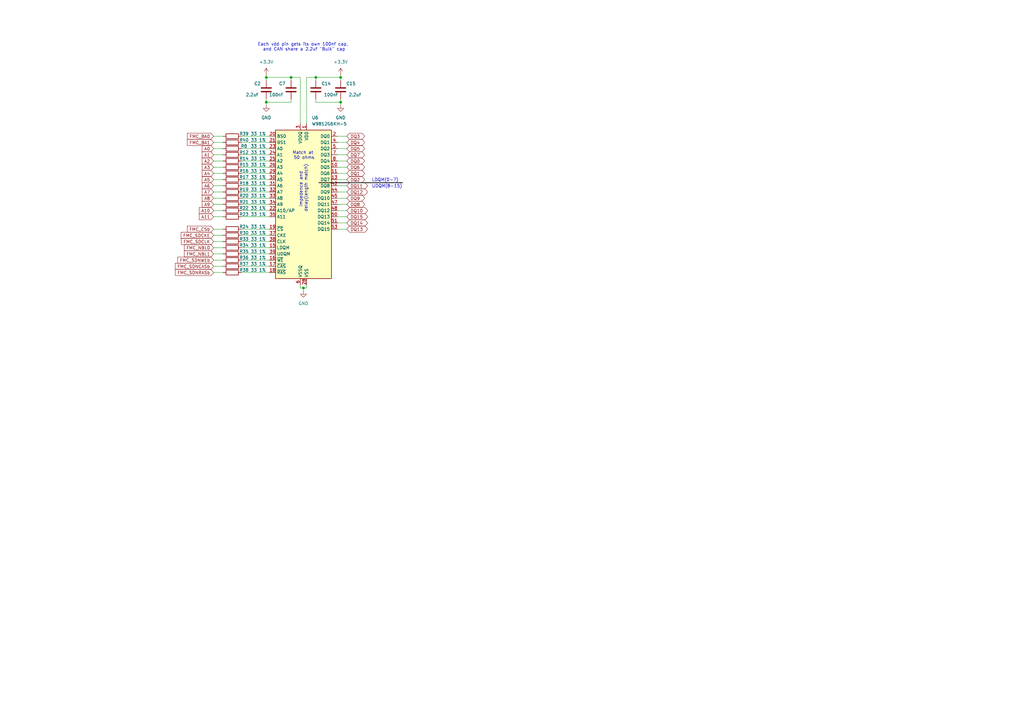
<source format=kicad_sch>
(kicad_sch (version 20250114) (generator "eeschema") (generator_version "9.0")
  (paper "A3")
  (lib_symbols
    (symbol "Device:C" (pin_numbers (hide yes)) (pin_names (offset 0.254))
      (property "Reference" "C" (at 0.635 2.54 0))
      (property "Value" "C" (at 0.635 -2.54 0))
      (symbol "C_0_1"
        (polyline (pts (xy -2.032 0.762) (xy 2.032 0.762)) (stroke (width 0.508)))
        (polyline (pts (xy -2.032 -0.762) (xy 2.032 -0.762)) (stroke (width 0.508)))
      )
      (symbol "C_1_1"
        (pin passive line (at 0 3.81 270) (length 2.794) (name "~") (number "1"))
        (pin passive line (at 0 -3.81 90) (length 2.794) (name "~") (number "2"))
      )
    )
    (symbol "Device:R" (pin_numbers (hide yes)) (pin_names (offset 0))
      (property "Reference" "R" (at 2.032 0 90))
      (property "Value" "R" (at 0 0 90))
      (symbol "R_0_1"
        (rectangle (start -1.016 -2.54) (end 1.016 2.54) (stroke (width 0.254)))
      )
      (symbol "R_1_1"
        (pin passive line (at 0 3.81 270) (length 1.27) (name "~") (number "1"))
        (pin passive line (at 0 -3.81 90) (length 1.27) (name "~") (number "2"))
      )
    )
    (symbol "Memory_RAM:W9812G6KH-5"
      (property "Reference" "U" (at -10.16 31.75 0))
      (property "Value" "W9812G6KH-5" (at -10.16 -33.02 0))
      (symbol "W9812G6KH-5_1_1"
        (rectangle (start -10.16 30.48) (end 12.7 -30.48) (stroke (width 0.254)) (fill (type background)))
        (pin input line (at -12.7 27.94 0) (length 2.54) (name "BS0") (number "20"))
        (pin input line (at -12.7 25.4 0) (length 2.54) (name "BS1") (number "21"))
        (pin input line (at -12.7 22.86 0) (length 2.54) (name "A0") (number "23"))
        (pin input line (at -12.7 20.32 0) (length 2.54) (name "A1") (number "24"))
        (pin input line (at -12.7 17.78 0) (length 2.54) (name "A2") (number "25"))
        (pin input line (at -12.7 15.24 0) (length 2.54) (name "A3") (number "26"))
        (pin input line (at -12.7 12.7 0) (length 2.54) (name "A4") (number "29"))
        (pin input line (at -12.7 10.16 0) (length 2.54) (name "A5") (number "30"))
        (pin input line (at -12.7 7.62 0) (length 2.54) (name "A6") (number "31"))
        (pin input line (at -12.7 5.08 0) (length 2.54) (name "A7") (number "32"))
        (pin input line (at -12.7 2.54 0) (length 2.54) (name "A8") (number "33"))
        (pin input line (at -12.7 0 0) (length 2.54) (name "A9") (number "34"))
        (pin input line (at -12.7 -2.54 0) (length 2.54) (name "A10/AP") (number "22"))
        (pin input line (at -12.7 -5.08 0) (length 2.54) (name "A11") (number "35"))
        (pin input line (at -12.7 -10.16 0) (length 2.54) (name "~{CS}") (number "19"))
        (pin input line (at -12.7 -12.7 0) (length 2.54) (name "CKE") (number "37"))
        (pin input line (at -12.7 -15.24 0) (length 2.54) (name "CLK") (number "38"))
        (pin input line (at -12.7 -17.78 0) (length 2.54) (name "LDQM") (number "15"))
        (pin input line (at -12.7 -20.32 0) (length 2.54) (name "UDQM") (number "39"))
        (pin input line (at -12.7 -22.86 0) (length 2.54) (name "~{WE}") (number "16"))
        (pin input line (at -12.7 -25.4 0) (length 2.54) (name "~{CAS}") (number "17"))
        (pin input line (at -12.7 -27.94 0) (length 2.54) (name "~{RAS}") (number "18"))
        (pin power_in line (at 0 33.02 270) (length 2.54) (name "VDDQ") (number "3"))
        (pin passive line (at 0 33.02 270) (length 2.54) (hide yes) (name "VDDQ") (number "43"))
        (pin passive line (at 0 33.02 270) (length 2.54) (hide yes) (name "VDDQ") (number "49"))
        (pin passive line (at 0 33.02 270) (length 2.54) (hide yes) (name "VDDQ") (number "9"))
        (pin passive line (at 0 -33.02 90) (length 2.54) (hide yes) (name "VSSQ") (number "12"))
        (pin passive line (at 0 -33.02 90) (length 2.54) (hide yes) (name "VSSQ") (number "46"))
        (pin passive line (at 0 -33.02 90) (length 2.54) (hide yes) (name "VSSQ") (number "52"))
        (pin power_in line (at 0 -33.02 90) (length 2.54) (name "VSSQ") (number "6"))
        (pin power_in line (at 2.54 33.02 270) (length 2.54) (name "VDD") (number "1"))
        (pin passive line (at 2.54 33.02 270) (length 2.54) (hide yes) (name "VDD") (number "14"))
        (pin passive line (at 2.54 33.02 270) (length 2.54) (hide yes) (name "VDD") (number "27"))
        (pin power_in line (at 2.54 -33.02 90) (length 2.54) (name "VSS") (number "28"))
        (pin passive line (at 2.54 -33.02 90) (length 2.54) (hide yes) (name "VSS") (number "41"))
        (pin passive line (at 2.54 -33.02 90) (length 2.54) (hide yes) (name "VSS") (number "54"))
        (pin no_connect line (at 12.7 -15.24 180) (length 2.54) (hide yes) (name "NC") (number "36"))
        (pin no_connect line (at 12.7 -17.78 180) (length 2.54) (hide yes) (name "NC") (number "40"))
        (pin bidirectional line (at 15.24 27.94 180) (length 2.54) (name "DQ0") (number "2"))
        (pin bidirectional line (at 15.24 25.4 180) (length 2.54) (name "DQ1") (number "4"))
        (pin bidirectional line (at 15.24 22.86 180) (length 2.54) (name "DQ2") (number "5"))
        (pin bidirectional line (at 15.24 20.32 180) (length 2.54) (name "DQ3") (number "7"))
        (pin bidirectional line (at 15.24 17.78 180) (length 2.54) (name "DQ4") (number "8"))
        (pin bidirectional line (at 15.24 15.24 180) (length 2.54) (name "DQ5") (number "10"))
        (pin bidirectional line (at 15.24 12.7 180) (length 2.54) (name "DQ6") (number "11"))
        (pin bidirectional line (at 15.24 10.16 180) (length 2.54) (name "DQ7") (number "13"))
        (pin bidirectional line (at 15.24 7.62 180) (length 2.54) (name "DQ8") (number "42"))
        (pin bidirectional line (at 15.24 5.08 180) (length 2.54) (name "DQ9") (number "44"))
        (pin bidirectional line (at 15.24 2.54 180) (length 2.54) (name "DQ10") (number "45"))
        (pin bidirectional line (at 15.24 0 180) (length 2.54) (name "DQ11") (number "47"))
        (pin bidirectional line (at 15.24 -2.54 180) (length 2.54) (name "DQ12") (number "48"))
        (pin bidirectional line (at 15.24 -5.08 180) (length 2.54) (name "DQ13") (number "50"))
        (pin bidirectional line (at 15.24 -7.62 180) (length 2.54) (name "DQ14") (number "51"))
        (pin bidirectional line (at 15.24 -10.16 180) (length 2.54) (name "DQ15") (number "53"))
      )
    )
    (symbol "power:+5V" (power) (pin_numbers (hide yes)) (pin_names (offset 0) (hide yes))
      (property "Value" "+5V" (at 0 3.556 0))
      (symbol "+5V_0_1"
        (polyline (pts (xy -0.762 1.27) (xy 0 2.54)))
        (polyline (pts (xy 0 2.54) (xy 0.762 1.27)))
        (polyline (pts (xy 0 0) (xy 0 2.54)))
      )
      (symbol "+5V_1_1"
        (pin power_in line (at 0 0 90) (length 0) (name "~") (number "1"))
      )
    )
    (symbol "power:GND" (power) (pin_numbers (hide yes)) (pin_names (offset 0) (hide yes))
      (property "Value" "GND" (at 0 -3.81 0))
      (symbol "GND_0_1"
        (polyline (pts (xy 0 0) (xy 0 -1.27) (xy 1.27 -1.27) (xy 0 -2.54) (xy -1.27 -1.27) (xy 0 -1.27)))
      )
      (symbol "GND_1_1"
        (pin power_in line (at 0 0 270) (length 0) (name "~") (number "1"))
      )
    )
  )
  (text "Match at \n50 ohms" (at 124.714 63.754 0) (effects (font (size 1.27 1.27))))
  (text "Each vdd pin gets its own 100nf cap, \nand CAN share a 2.2uf \"Bulk\" cap" (at 124.714 19.304 0) (effects (font (size 1.27 1.27))))
  (text "LDQM(0-7)" (at 157.988 73.914 0) (effects (font (size 1.27 1.27))))
  (text "Impedence and \ndelay(length match)" (at 124.46 77.216 90) (effects (font (size 1.27 1.27))))
  (text "UDQM(8-15)" (at 158.75 76.454 0) (effects (font (size 1.27 1.27))))
  (junction (at 129.54 31.75))
  (junction (at 119.38 31.75))
  (junction (at 124.46 118.11))
  (junction (at 109.22 31.75))
  (junction (at 139.7 41.91))
  (junction (at 139.7 31.75))
  (junction (at 109.22 41.91))
  (wire (pts (xy 138.43 66.04) (xy 142.24 66.04)))
  (wire (pts (xy 138.43 93.98) (xy 142.24 93.98)))
  (wire (pts (xy 138.43 63.5) (xy 142.24 63.5)))
  (wire (pts (xy 138.43 86.36) (xy 142.24 86.36)))
  (wire (pts (xy 87.63 109.22) (xy 91.44 109.22)))
  (wire (pts (xy 129.54 31.75) (xy 139.7 31.75)))
  (wire (pts (xy 123.19 31.75) (xy 119.38 31.75)))
  (wire (pts (xy 138.43 58.42) (xy 142.24 58.42)))
  (wire (pts (xy 142.24 60.96) (xy 138.43 60.96)))
  (wire (pts (xy 129.54 33.02) (xy 129.54 31.75)))
  (wire (pts (xy 125.73 50.8) (xy 125.73 31.75)))
  (wire (pts (xy 138.43 71.12) (xy 142.24 71.12)))
  (wire (pts (xy 87.63 71.12) (xy 91.44 71.12)))
  (wire (pts (xy 138.43 91.44) (xy 142.24 91.44)))
  (wire (pts (xy 87.63 78.74) (xy 91.44 78.74)))
  (wire (pts (xy 139.7 30.48) (xy 139.7 31.75)))
  (wire (pts (xy 129.54 41.91) (xy 139.7 41.91)))
  (wire (pts (xy 109.22 30.48) (xy 109.22 31.75)))
  (wire (pts (xy 99.06 60.96) (xy 110.49 60.96)))
  (wire (pts (xy 138.43 76.2) (xy 142.24 76.2)))
  (wire (pts (xy 99.06 81.28) (xy 110.49 81.28)))
  (wire (pts (xy 99.06 83.82) (xy 110.49 83.82)))
  (wire (pts (xy 119.38 33.02) (xy 119.38 31.75)))
  (wire (pts (xy 99.06 104.14) (xy 110.49 104.14)))
  (wire (pts (xy 87.63 111.76) (xy 91.44 111.76)))
  (wire (pts (xy 87.63 106.68) (xy 91.44 106.68)))
  (wire (pts (xy 99.06 96.52) (xy 110.49 96.52)))
  (wire (pts (xy 138.43 78.74) (xy 142.24 78.74)))
  (wire (pts (xy 139.7 40.64) (xy 139.7 41.91)))
  (wire (pts (xy 99.06 63.5) (xy 110.49 63.5)))
  (wire (pts (xy 99.06 71.12) (xy 110.49 71.12)))
  (wire (pts (xy 87.63 58.42) (xy 91.44 58.42)))
  (wire (pts (xy 99.06 106.68) (xy 110.49 106.68)))
  (wire (pts (xy 99.06 88.9) (xy 110.49 88.9)))
  (wire (pts (xy 129.54 40.64) (xy 129.54 41.91)))
  (wire (pts (xy 87.63 93.98) (xy 91.44 93.98)))
  (wire (pts (xy 99.06 78.74) (xy 110.49 78.74)))
  (wire (pts (xy 87.63 101.6) (xy 91.44 101.6)))
  (wire (pts (xy 87.63 99.06) (xy 91.44 99.06)))
  (wire (pts (xy 87.63 81.28) (xy 91.44 81.28)))
  (wire (pts (xy 138.43 73.66) (xy 142.24 73.66)))
  (wire (pts (xy 87.63 76.2) (xy 91.44 76.2)))
  (wire (pts (xy 99.06 109.22) (xy 110.49 109.22)))
  (wire (pts (xy 139.7 41.91) (xy 139.7 43.18)))
  (wire (pts (xy 123.19 118.11) (xy 124.46 118.11)))
  (wire (pts (xy 138.43 55.88) (xy 142.24 55.88)))
  (wire (pts (xy 87.63 96.52) (xy 91.44 96.52)))
  (wire (pts (xy 87.63 88.9) (xy 91.44 88.9)))
  (wire (pts (xy 119.38 40.64) (xy 119.38 41.91)))
  (wire (pts (xy 125.73 118.11) (xy 125.73 116.84)))
  (wire (pts (xy 87.63 73.66) (xy 91.44 73.66)))
  (wire (pts (xy 99.06 58.42) (xy 110.49 58.42)))
  (wire (pts (xy 87.63 104.14) (xy 91.44 104.14)))
  (wire (pts (xy 124.46 118.11) (xy 125.73 118.11)))
  (wire (pts (xy 87.63 86.36) (xy 91.44 86.36)))
  (wire (pts (xy 99.06 101.6) (xy 110.49 101.6)))
  (wire (pts (xy 99.06 73.66) (xy 110.49 73.66)))
  (wire (pts (xy 99.06 55.88) (xy 110.49 55.88)))
  (wire (pts (xy 99.06 99.06) (xy 110.49 99.06)))
  (bus (pts (xy 130.81 74.93) (xy 165.1 74.93)) (stroke (width 0) (color 0 0 0 1)))
  (wire (pts (xy 119.38 41.91) (xy 109.22 41.91)))
  (wire (pts (xy 125.73 31.75) (xy 129.54 31.75)))
  (wire (pts (xy 138.43 88.9) (xy 142.24 88.9)))
  (wire (pts (xy 87.63 68.58) (xy 91.44 68.58)))
  (wire (pts (xy 138.43 83.82) (xy 142.24 83.82)))
  (wire (pts (xy 99.06 86.36) (xy 110.49 86.36)))
  (wire (pts (xy 99.06 66.04) (xy 110.49 66.04)))
  (wire (pts (xy 87.63 66.04) (xy 91.44 66.04)))
  (wire (pts (xy 139.7 31.75) (xy 139.7 33.02)))
  (wire (pts (xy 138.43 81.28) (xy 142.24 81.28)))
  (wire (pts (xy 138.43 68.58) (xy 142.24 68.58)))
  (wire (pts (xy 109.22 31.75) (xy 109.22 33.02)))
  (wire (pts (xy 99.06 76.2) (xy 110.49 76.2)))
  (wire (pts (xy 109.22 41.91) (xy 109.22 43.18)))
  (wire (pts (xy 87.63 83.82) (xy 91.44 83.82)))
  (wire (pts (xy 124.46 119.38) (xy 124.46 118.11)))
  (wire (pts (xy 109.22 40.64) (xy 109.22 41.91)))
  (wire (pts (xy 119.38 31.75) (xy 109.22 31.75)))
  (wire (pts (xy 123.19 31.75) (xy 123.19 50.8)))
  (wire (pts (xy 87.63 55.88) (xy 91.44 55.88)))
  (wire (pts (xy 99.06 93.98) (xy 110.49 93.98)))
  (wire (pts (xy 123.19 116.84) (xy 123.19 118.11)))
  (wire (pts (xy 87.63 60.96) (xy 91.44 60.96)))
  (wire (pts (xy 99.06 68.58) (xy 110.49 68.58)))
  (wire (pts (xy 87.63 63.5) (xy 91.44 63.5)))
  (wire (pts (xy 99.06 111.76) (xy 110.49 111.76)))
  (global_label "A7" (shape input) (at 87.63 78.74 180) (property "Intersheetrefs" "${INTERSHEET_REFS}" (effects (hide yes))))
  (global_label "A4" (shape input) (at 87.63 71.12 180) (property "Intersheetrefs" "${INTERSHEET_REFS}" (effects (hide yes))))
  (global_label "A11" (shape input) (at 87.63 88.9 180) (property "Intersheetrefs" "${INTERSHEET_REFS}" (effects (hide yes))))
  (global_label "A2" (shape input) (at 87.63 66.04 180) (property "Intersheetrefs" "${INTERSHEET_REFS}" (effects (hide yes))))
  (global_label "DQ0" (shape bidirectional) (at 142.24 66.04 0) (property "Intersheetrefs" "${INTERSHEET_REFS}" (effects (hide yes))))
  (global_label "A0" (shape input) (at 87.63 60.96 180) (property "Intersheetrefs" "${INTERSHEET_REFS}" (effects (hide yes))))
  (global_label "A6" (shape input) (at 87.63 76.2 180) (property "Intersheetrefs" "${INTERSHEET_REFS}" (effects (hide yes))))
  (global_label "DQ10" (shape bidirectional) (at 142.24 86.36 0) (property "Intersheetrefs" "${INTERSHEET_REFS}" (effects (hide yes))))
  (global_label "FMC_BA1" (shape input) (at 87.63 58.42 180) (property "Intersheetrefs" "${INTERSHEET_REFS}" (effects (hide yes))))
  (global_label "DQ9" (shape bidirectional) (at 142.24 81.28 0) (property "Intersheetrefs" "${INTERSHEET_REFS}" (effects (hide yes))))
  (global_label "A8" (shape input) (at 87.63 81.28 180) (property "Intersheetrefs" "${INTERSHEET_REFS}" (effects (hide yes))))
  (global_label "FMC_SDNRASb" (shape input) (at 87.63 111.76 180) (property "Intersheetrefs" "${INTERSHEET_REFS}" (effects (hide yes))))
  (global_label "FMC_CSb" (shape input) (at 87.63 93.98 180) (property "Intersheetrefs" "${INTERSHEET_REFS}" (effects (hide yes))))
  (global_label "FMC_NBL0" (shape input) (at 87.63 101.6 180) (property "Intersheetrefs" "${INTERSHEET_REFS}" (effects (hide yes))))
  (global_label "DQ6" (shape bidirectional) (at 142.24 68.58 0) (property "Intersheetrefs" "${INTERSHEET_REFS}" (effects (hide yes))))
  (global_label "FMC_SDNCASb" (shape input) (at 87.63 109.22 180) (property "Intersheetrefs" "${INTERSHEET_REFS}" (effects (hide yes))))
  (global_label "A9" (shape input) (at 87.63 83.82 180) (property "Intersheetrefs" "${INTERSHEET_REFS}" (effects (hide yes))))
  (global_label "FMC_SDCKE" (shape input) (at 87.63 96.52 180) (property "Intersheetrefs" "${INTERSHEET_REFS}" (effects (hide yes))))
  (global_label "FMC_SDCLK" (shape input) (at 87.63 99.06 180) (property "Intersheetrefs" "${INTERSHEET_REFS}" (effects (hide yes))))
  (global_label "DQ11" (shape bidirectional) (at 142.24 76.2 0) (property "Intersheetrefs" "${INTERSHEET_REFS}" (effects (hide yes))))
  (global_label "DQ14" (shape bidirectional) (at 142.24 91.44 0) (property "Intersheetrefs" "${INTERSHEET_REFS}" (effects (hide yes))))
  (global_label "DQ12" (shape bidirectional) (at 142.24 78.74 0) (property "Intersheetrefs" "${INTERSHEET_REFS}" (effects (hide yes))))
  (global_label "DQ15" (shape bidirectional) (at 142.24 88.9 0) (property "Intersheetrefs" "${INTERSHEET_REFS}" (effects (hide yes))))
  (global_label "FMC_SDNWEb" (shape input) (at 87.63 106.68 180) (property "Intersheetrefs" "${INTERSHEET_REFS}" (effects (hide yes))))
  (global_label "DQ5" (shape bidirectional) (at 142.24 60.96 0) (property "Intersheetrefs" "${INTERSHEET_REFS}" (effects (hide yes))))
  (global_label "DQ13" (shape bidirectional) (at 142.24 93.98 0) (property "Intersheetrefs" "${INTERSHEET_REFS}" (effects (hide yes))))
  (global_label "DQ1" (shape bidirectional) (at 142.24 71.12 0) (property "Intersheetrefs" "${INTERSHEET_REFS}" (effects (hide yes))))
  (global_label "A1" (shape input) (at 87.63 63.5 180) (property "Intersheetrefs" "${INTERSHEET_REFS}" (effects (hide yes))))
  (global_label "DQ7" (shape bidirectional) (at 142.24 63.5 0) (property "Intersheetrefs" "${INTERSHEET_REFS}" (effects (hide yes))))
  (global_label "A5" (shape input) (at 87.63 73.66 180) (property "Intersheetrefs" "${INTERSHEET_REFS}" (effects (hide yes))))
  (global_label "DQ8" (shape bidirectional) (at 142.24 83.82 0) (property "Intersheetrefs" "${INTERSHEET_REFS}" (effects (hide yes))))
  (global_label "FMC_NBL1" (shape input) (at 87.63 104.14 180) (property "Intersheetrefs" "${INTERSHEET_REFS}" (effects (hide yes))))
  (global_label "DQ4" (shape bidirectional) (at 142.24 58.42 0) (property "Intersheetrefs" "${INTERSHEET_REFS}" (effects (hide yes))))
  (global_label "FMC_BA0" (shape input) (at 87.63 55.88 180) (property "Intersheetrefs" "${INTERSHEET_REFS}" (effects (hide yes))))
  (global_label "DQ3" (shape bidirectional) (at 142.24 55.88 0) (property "Intersheetrefs" "${INTERSHEET_REFS}" (effects (hide yes))))
  (global_label "A3" (shape input) (at 87.63 68.58 180) (property "Intersheetrefs" "${INTERSHEET_REFS}" (effects (hide yes))))
  (global_label "A10" (shape input) (at 87.63 86.36 180) (property "Intersheetrefs" "${INTERSHEET_REFS}" (effects (hide yes))))
  (global_label "DQ2" (shape bidirectional) (at 142.24 73.66 0) (property "Intersheetrefs" "${INTERSHEET_REFS}" (effects (hide yes))))
  (symbol (lib_id "power:GND") (at 109.22 43.18 0) (unit 1)
    (property "Reference" "#PWR014" (effects (hide yes)))
    (property "Value" "GND" (at 109.22 48.26 0))
    (property "Description" "Power symbol creates a global label with name \"GND\" , ground" (effects (hide yes)))
  )
  (symbol (lib_id "Device:R") (at 95.25 86.36 90) (unit 1)
    (property "Reference" "R22" (at 100.076 85.344 90))
    (property "Value" "33 1%" (at 105.918 85.344 90))
    (property "Footprint" "Resistor_SMD:R_0201_0603Metric" (effects (hide yes)))
    (property "Description" "Resistor" (effects (hide yes)))
  )
  (symbol (lib_id "Device:R") (at 95.25 66.04 90) (unit 1)
    (property "Reference" "R14" (at 100.076 65.024 90))
    (property "Value" "33 1%" (at 105.918 65.024 90))
    (property "Footprint" "Resistor_SMD:R_0201_0603Metric" (effects (hide yes)))
    (property "Description" "Resistor" (effects (hide yes)))
  )
  (symbol (lib_id "Device:R") (at 95.25 83.82 90) (unit 1)
    (property "Reference" "R21" (at 100.076 82.804 90))
    (property "Value" "33 1%" (at 105.918 82.804 90))
    (property "Footprint" "Resistor_SMD:R_0201_0603Metric" (effects (hide yes)))
    (property "Description" "Resistor" (effects (hide yes)))
  )
  (symbol (lib_id "Device:R") (at 95.25 104.14 90) (unit 1)
    (property "Reference" "R35" (at 100.076 103.124 90))
    (property "Value" "33 1%" (at 105.918 103.124 90))
    (property "Footprint" "Resistor_SMD:R_0201_0603Metric" (effects (hide yes)))
    (property "Description" "Resistor" (effects (hide yes)))
  )
  (symbol (lib_id "Device:C") (at 119.38 36.83 0) (mirror y) (unit 1)
    (property "Reference" "C7" (at 117.094 34.29 0) (effects (justify left)))
    (property "Value" "100nf" (at 116.078 38.862 0) (effects (justify left)))
    (property "Footprint" "Capacitor_SMD:C_0402_1005Metric" (effects (hide yes)))
    (property "Description" "Unpolarized capacitor" (effects (hide yes)))
  )
  (symbol (lib_id "power:+5V") (at 139.7 30.48 0) (unit 1)
    (property "Reference" "#PWR057" (effects (hide yes)))
    (property "Value" "+3.3V" (at 139.7 25.4 0))
    (property "Description" "Power symbol creates a global label with name \"+5V\"" (effects (hide yes)))
  )
  (symbol (lib_id "Device:C") (at 129.54 36.83 0) (unit 1)
    (property "Reference" "C14" (at 131.826 34.29 0) (effects (justify left)))
    (property "Value" "100nf" (at 132.842 38.862 0) (effects (justify left)))
    (property "Footprint" "Capacitor_SMD:C_0402_1005Metric" (effects (hide yes)))
    (property "Description" "Unpolarized capacitor" (effects (hide yes)))
  )
  (symbol (lib_id "Device:R") (at 95.25 109.22 90) (unit 1)
    (property "Reference" "R37" (at 100.076 108.204 90))
    (property "Value" "33 1%" (at 105.918 108.204 90))
    (property "Footprint" "Resistor_SMD:R_0201_0603Metric" (effects (hide yes)))
    (property "Description" "Resistor" (effects (hide yes)))
  )
  (symbol (lib_id "Device:R") (at 95.25 96.52 90) (unit 1)
    (property "Reference" "R30" (at 100.076 95.504 90))
    (property "Value" "33 1%" (at 105.918 95.504 90))
    (property "Footprint" "Resistor_SMD:R_0201_0603Metric" (effects (hide yes)))
    (property "Description" "Resistor" (effects (hide yes)))
  )
  (symbol (lib_id "Device:R") (at 95.25 101.6 90) (unit 1)
    (property "Reference" "R34" (at 100.076 100.584 90))
    (property "Value" "33 1%" (at 105.918 100.584 90))
    (property "Footprint" "Resistor_SMD:R_0201_0603Metric" (effects (hide yes)))
    (property "Description" "Resistor" (effects (hide yes)))
  )
  (symbol (lib_id "power:GND") (at 139.7 43.18 0) (mirror y) (unit 1)
    (property "Reference" "#PWR058" (effects (hide yes)))
    (property "Value" "GND" (at 139.7 48.26 0))
    (property "Description" "Power symbol creates a global label with name \"GND\" , ground" (effects (hide yes)))
  )
  (symbol (lib_id "Device:R") (at 95.25 88.9 90) (unit 1)
    (property "Reference" "R23" (at 100.076 87.884 90))
    (property "Value" "33 1%" (at 105.918 87.884 90))
    (property "Footprint" "Resistor_SMD:R_0201_0603Metric" (effects (hide yes)))
    (property "Description" "Resistor" (effects (hide yes)))
  )
  (symbol (lib_id "Device:R") (at 95.25 76.2 90) (unit 1)
    (property "Reference" "R18" (at 100.076 75.184 90))
    (property "Value" "33 1%" (at 105.918 75.184 90))
    (property "Footprint" "Resistor_SMD:R_0201_0603Metric" (effects (hide yes)))
    (property "Description" "Resistor" (effects (hide yes)))
  )
  (symbol (lib_id "power:+5V") (at 109.22 30.48 0) (mirror y) (unit 1)
    (property "Reference" "#PWR013" (effects (hide yes)))
    (property "Value" "+3.3V" (at 109.22 25.4 0))
    (property "Description" "Power symbol creates a global label with name \"+5V\"" (effects (hide yes)))
  )
  (symbol (lib_id "Device:R") (at 95.25 106.68 90) (unit 1)
    (property "Reference" "R36" (at 100.076 105.664 90))
    (property "Value" "33 1%" (at 105.918 105.664 90))
    (property "Footprint" "Resistor_SMD:R_0201_0603Metric" (effects (hide yes)))
    (property "Description" "Resistor" (effects (hide yes)))
  )
  (symbol (lib_id "Device:R") (at 95.25 58.42 90) (unit 1)
    (property "Reference" "R40" (at 100.076 57.404 90))
    (property "Value" "33 1%" (at 105.918 57.404 90))
    (property "Footprint" "Resistor_SMD:R_0201_0603Metric" (effects (hide yes)))
    (property "Description" "Resistor" (effects (hide yes)))
  )
  (symbol (lib_id "Device:R") (at 95.25 63.5 90) (unit 1)
    (property "Reference" "R12" (at 100.076 62.484 90))
    (property "Value" "33 1%" (at 105.918 62.484 90))
    (property "Footprint" "Resistor_SMD:R_0201_0603Metric" (effects (hide yes)))
    (property "Description" "Resistor" (effects (hide yes)))
  )
  (symbol (lib_id "Device:R") (at 95.25 78.74 90) (unit 1)
    (property "Reference" "R19" (at 100.076 77.724 90))
    (property "Value" "33 1%" (at 105.918 77.724 90))
    (property "Footprint" "Resistor_SMD:R_0201_0603Metric" (effects (hide yes)))
    (property "Description" "Resistor" (effects (hide yes)))
  )
  (symbol (lib_id "Device:C") (at 109.22 36.83 0) (mirror y) (unit 1)
    (property "Reference" "C2" (at 106.934 34.29 0) (effects (justify left)))
    (property "Value" "2.2uf" (at 105.918 38.862 0) (effects (justify left)))
    (property "Footprint" "Capacitor_SMD:C_0603_1608Metric" (effects (hide yes)))
    (property "Description" "Unpolarized capacitor" (effects (hide yes)))
  )
  (symbol (lib_id "power:GND") (at 124.46 119.38 0) (mirror y) (unit 1)
    (property "Reference" "#PWR017" (effects (hide yes)))
    (property "Value" "GND" (at 124.46 124.46 0))
    (property "Description" "Power symbol creates a global label with name \"GND\" , ground" (effects (hide yes)))
  )
  (symbol (lib_id "Device:R") (at 95.25 99.06 90) (unit 1)
    (property "Reference" "R33" (at 100.076 98.044 90))
    (property "Value" "33 1%" (at 105.918 98.044 90))
    (property "Footprint" "Resistor_SMD:R_0201_0603Metric" (effects (hide yes)))
    (property "Description" "Resistor" (effects (hide yes)))
  )
  (symbol (lib_id "Device:R") (at 95.25 71.12 90) (unit 1)
    (property "Reference" "R16" (at 100.076 70.104 90))
    (property "Value" "33 1%" (at 105.918 70.104 90))
    (property "Footprint" "Resistor_SMD:R_0201_0603Metric" (effects (hide yes)))
    (property "Description" "Resistor" (effects (hide yes)))
  )
  (symbol (lib_id "Memory_RAM:W9812G6KH-5") (at 123.19 83.82 0) (unit 1)
    (property "Reference" "U6" (at 127.8733 48.26 0) (effects (justify left)))
    (property "Value" "W9812G6KH-5" (at 127.8733 50.8 0) (effects (justify left)))
    (property "Footprint" "Package_SO:TSOP-II-54_22.2x10.16mm_P0.8mm" (effects (hide yes)))
    (property "Datasheet" "https://www.winbond.com/resource-files/da00-w9812g6khc1.pdf" (effects (hide yes)))
    (property "Description" "128Mb Synchronous DRAM, 2 Mb x 16 b x 4 Banks, 200 MHz, TSOP-II-54" (effects (hide yes)))
  )
  (symbol (lib_id "Device:R") (at 95.25 111.76 90) (unit 1)
    (property "Reference" "R38" (at 100.076 110.744 90))
    (property "Value" "33 1%" (at 105.918 110.744 90))
    (property "Footprint" "Resistor_SMD:R_0201_0603Metric" (effects (hide yes)))
    (property "Description" "Resistor" (effects (hide yes)))
  )
  (symbol (lib_id "Device:R") (at 95.25 93.98 90) (unit 1)
    (property "Reference" "R24" (at 100.076 92.964 90))
    (property "Value" "33 1%" (at 105.918 92.964 90))
    (property "Footprint" "Resistor_SMD:R_0201_0603Metric" (effects (hide yes)))
    (property "Description" "Resistor" (effects (hide yes)))
  )
  (symbol (lib_id "Device:R") (at 95.25 55.88 90) (unit 1)
    (property "Reference" "R39" (at 100.076 54.864 90))
    (property "Value" "33 1%" (at 105.918 54.864 90))
    (property "Footprint" "Resistor_SMD:R_0201_0603Metric" (effects (hide yes)))
    (property "Description" "Resistor" (effects (hide yes)))
  )
  (symbol (lib_id "Device:C") (at 139.7 36.83 0) (unit 1)
    (property "Reference" "C15" (at 141.986 34.29 0) (effects (justify left)))
    (property "Value" "2.2uf" (at 143.002 38.862 0) (effects (justify left)))
    (property "Footprint" "Capacitor_SMD:C_0603_1608Metric" (effects (hide yes)))
    (property "Description" "Unpolarized capacitor" (effects (hide yes)))
  )
  (symbol (lib_id "Device:R") (at 95.25 68.58 90) (unit 1)
    (property "Reference" "R15" (at 100.076 67.564 90))
    (property "Value" "33 1%" (at 105.918 67.564 90))
    (property "Footprint" "Resistor_SMD:R_0201_0603Metric" (effects (hide yes)))
    (property "Description" "Resistor" (effects (hide yes)))
  )
  (symbol (lib_id "Device:R") (at 95.25 81.28 90) (unit 1)
    (property "Reference" "R20" (at 100.076 80.264 90))
    (property "Value" "33 1%" (at 105.918 80.264 90))
    (property "Footprint" "Resistor_SMD:R_0201_0603Metric" (effects (hide yes)))
    (property "Description" "Resistor" (effects (hide yes)))
  )
  (symbol (lib_id "Device:R") (at 95.25 60.96 90) (unit 1)
    (property "Reference" "R8" (at 100.076 59.944 90))
    (property "Value" "33 1%" (at 105.918 59.944 90))
    (property "Footprint" "Resistor_SMD:R_0201_0603Metric" (effects (hide yes)))
    (property "Description" "Resistor" (effects (hide yes)))
  )
  (symbol (lib_id "Device:R") (at 95.25 73.66 90) (unit 1)
    (property "Reference" "R17" (at 100.076 72.644 90))
    (property "Value" "33 1%" (at 105.918 72.644 90))
    (property "Footprint" "Resistor_SMD:R_0201_0603Metric" (effects (hide yes)))
    (property "Description" "Resistor" (effects (hide yes)))
  )
)
</source>
